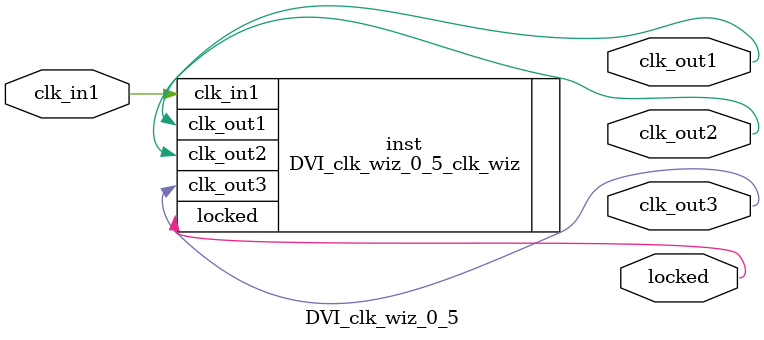
<source format=v>


`timescale 1ps/1ps

(* CORE_GENERATION_INFO = "DVI_clk_wiz_0_5,clk_wiz_v6_0_4_0_0,{component_name=DVI_clk_wiz_0_5,use_phase_alignment=true,use_min_o_jitter=false,use_max_i_jitter=false,use_dyn_phase_shift=false,use_inclk_switchover=false,use_dyn_reconfig=false,enable_axi=0,feedback_source=FDBK_AUTO,PRIMITIVE=PLL,num_out_clk=3,clkin1_period=10.000,clkin2_period=10.000,use_power_down=false,use_reset=false,use_locked=true,use_inclk_stopped=false,feedback_type=SINGLE,CLOCK_MGR_TYPE=NA,manual_override=true}" *)

module DVI_clk_wiz_0_5 
 (
  // Clock out ports
  output        clk_out1,
  output        clk_out2,
  output        clk_out3,
  // Status and control signals
  output        locked,
 // Clock in ports
  input         clk_in1
 );

  DVI_clk_wiz_0_5_clk_wiz inst
  (
  // Clock out ports  
  .clk_out1(clk_out1),
  .clk_out2(clk_out2),
  .clk_out3(clk_out3),
  // Status and control signals               
  .locked(locked),
 // Clock in ports
  .clk_in1(clk_in1)
  );

endmodule

</source>
